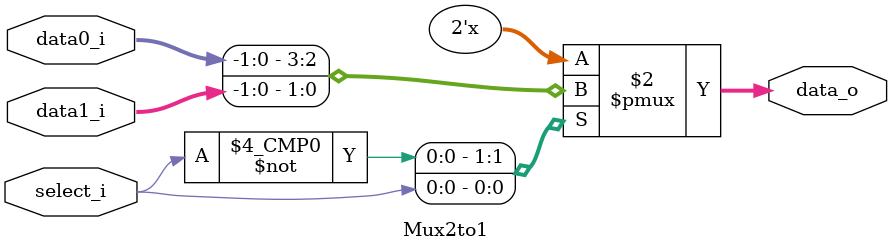
<source format=v>
module Mux2to1( data0_i, data1_i, select_i, data_o );

parameter size = 0;			   
			
//I/O ports               
input wire	[size-1:0] data0_i;          
input wire	[size-1:0] data1_i;
input wire	select_i;
output reg	[size-1:0] data_o; 

//Main function
/*your code here*/
always@(*) 
begin
    case(select_i)
        'b0:  data_o <= data0_i;
        'b1:  data_o <= data1_i;
    endcase
end 
endmodule      
    
</source>
